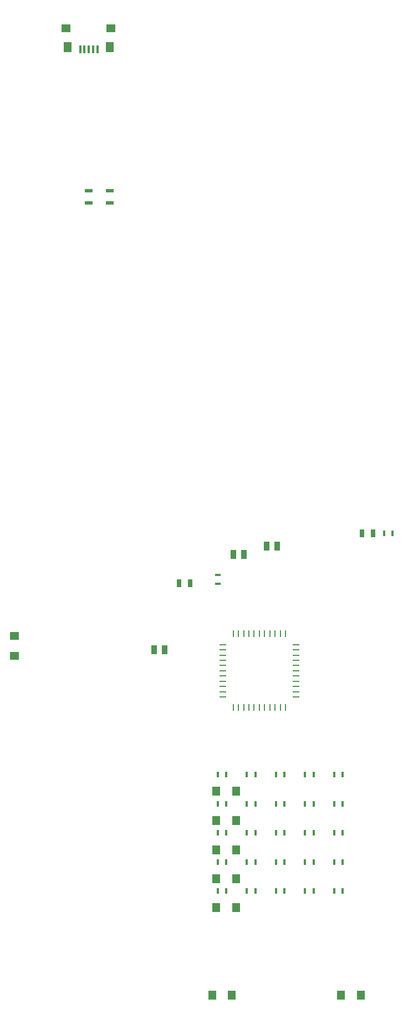
<source format=gbr>
%FSLAX23Y23*%
%MOIN*%
G04 EasyPC Gerber Version 17.0 Build 3379 *
%ADD18R,0.01000X0.04200*%
%ADD77R,0.01352X0.03340*%
%ADD17R,0.04200X0.01000*%
%ADD93R,0.03340X0.01352*%
%ADD79R,0.01400X0.05100*%
%ADD94R,0.05100X0.02200*%
%ADD97R,0.02600X0.05100*%
%ADD78R,0.03200X0.05300*%
%ADD95R,0.05100X0.05500*%
%ADD80R,0.05100X0.05900*%
%ADD81R,0.05300X0.04900*%
%ADD96R,0.05500X0.05100*%
X0Y0D02*
D02*
D17*
X1807Y1995D03*
Y2027D03*
Y2058D03*
Y2090D03*
Y2121D03*
Y2153D03*
Y2184D03*
Y2215D03*
Y2247D03*
Y2278D03*
Y2310D03*
X2249Y1995D03*
Y2027D03*
Y2058D03*
Y2090D03*
Y2121D03*
Y2153D03*
Y2184D03*
Y2215D03*
Y2247D03*
Y2278D03*
Y2310D03*
D02*
D18*
X1870Y1932D03*
Y2374D03*
X1902Y1932D03*
Y2374D03*
X1933Y1932D03*
Y2374D03*
X1965Y1932D03*
Y2374D03*
X1996Y1932D03*
Y2374D03*
X2028Y1932D03*
Y2374D03*
X2059Y1932D03*
Y2374D03*
X2090Y1932D03*
Y2374D03*
X2122Y1932D03*
Y2374D03*
X2153Y1932D03*
Y2374D03*
X2185Y1932D03*
Y2374D03*
D02*
D77*
X1777Y828D03*
Y1002D03*
Y1178D03*
Y1353D03*
Y1528D03*
X1828Y828D03*
Y1002D03*
Y1178D03*
Y1353D03*
Y1528D03*
X1952Y828D03*
Y1002D03*
Y1178D03*
Y1353D03*
Y1528D03*
X2003Y828D03*
Y1002D03*
Y1178D03*
Y1353D03*
Y1528D03*
X2127Y828D03*
Y1002D03*
Y1178D03*
Y1353D03*
Y1528D03*
X2178Y828D03*
Y1002D03*
Y1178D03*
Y1353D03*
Y1528D03*
X2302Y828D03*
Y1002D03*
Y1178D03*
Y1353D03*
Y1528D03*
X2353Y828D03*
Y1002D03*
Y1178D03*
Y1353D03*
Y1528D03*
X2477Y828D03*
Y1002D03*
Y1178D03*
Y1353D03*
Y1528D03*
X2528Y828D03*
Y1002D03*
Y1178D03*
Y1353D03*
Y1528D03*
X2777Y2978D03*
X2828D03*
D02*
D78*
X1396Y2278D03*
X1459D03*
X1871Y2853D03*
X1934D03*
X2071Y2903D03*
X2134D03*
D02*
D79*
X950Y5888D03*
X976D03*
X1001D03*
X1027D03*
X1053D03*
D02*
D80*
X875Y5903D03*
X1127D03*
D02*
D81*
X866Y6014D03*
X1136D03*
D02*
D93*
X1778Y2677D03*
Y2728D03*
D02*
D94*
X1002Y4966D03*
Y5039D03*
X1127Y4966D03*
Y5039D03*
D02*
D95*
X1743Y203D03*
X1768Y728D03*
Y903D03*
Y1077D03*
Y1252D03*
Y1428D03*
X1862Y203D03*
X1887Y728D03*
Y903D03*
Y1077D03*
Y1252D03*
Y1428D03*
X2518Y203D03*
X2637D03*
D02*
D96*
X553Y2243D03*
Y2362D03*
D02*
D97*
X1544Y2678D03*
X1611D03*
X2644Y2978D03*
X2711D03*
X0Y0D02*
M02*

</source>
